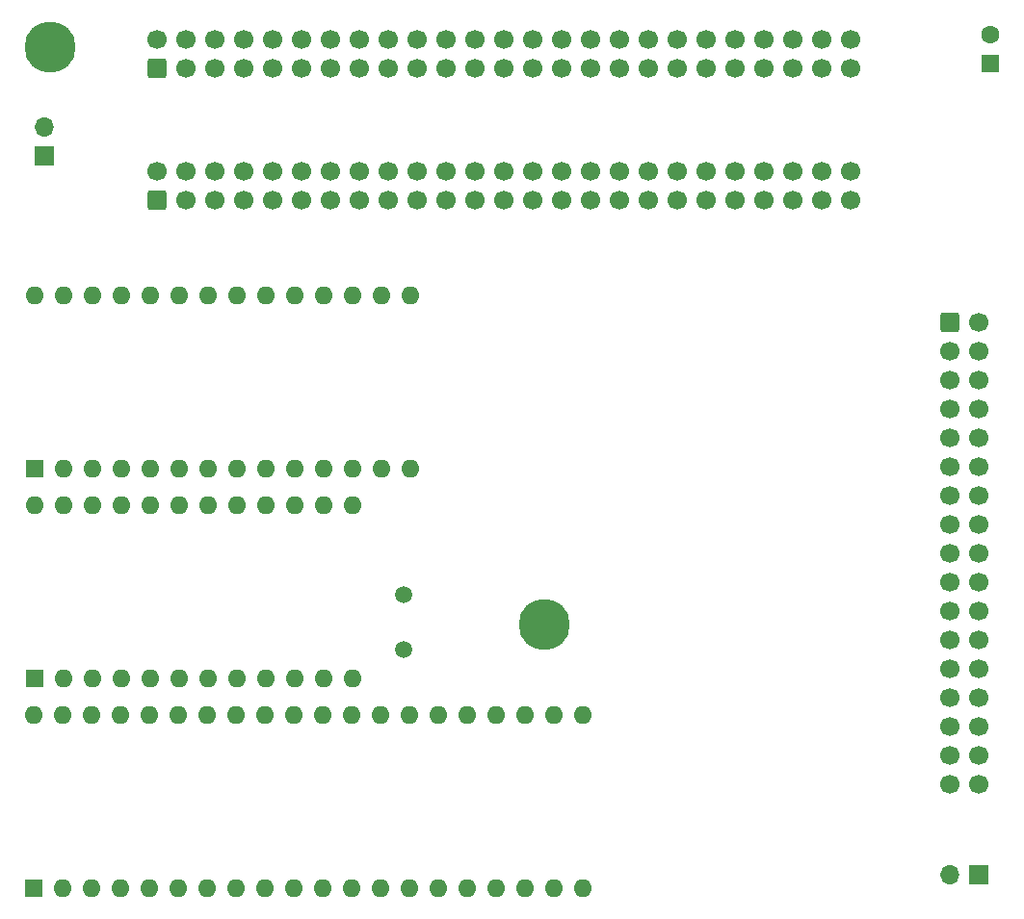
<source format=gbr>
%TF.GenerationSoftware,KiCad,Pcbnew,(6.0.7)*%
%TF.CreationDate,2022-12-20T23:04:03+00:00*%
%TF.ProjectId,CPC464-2MINIDDI,43504334-3634-42d3-924d-494e49444449,rev?*%
%TF.SameCoordinates,Original*%
%TF.FileFunction,Soldermask,Bot*%
%TF.FilePolarity,Negative*%
%FSLAX46Y46*%
G04 Gerber Fmt 4.6, Leading zero omitted, Abs format (unit mm)*
G04 Created by KiCad (PCBNEW (6.0.7)) date 2022-12-20 23:04:03*
%MOMM*%
%LPD*%
G01*
G04 APERTURE LIST*
G04 Aperture macros list*
%AMRoundRect*
0 Rectangle with rounded corners*
0 $1 Rounding radius*
0 $2 $3 $4 $5 $6 $7 $8 $9 X,Y pos of 4 corners*
0 Add a 4 corners polygon primitive as box body*
4,1,4,$2,$3,$4,$5,$6,$7,$8,$9,$2,$3,0*
0 Add four circle primitives for the rounded corners*
1,1,$1+$1,$2,$3*
1,1,$1+$1,$4,$5*
1,1,$1+$1,$6,$7*
1,1,$1+$1,$8,$9*
0 Add four rect primitives between the rounded corners*
20,1,$1+$1,$2,$3,$4,$5,0*
20,1,$1+$1,$4,$5,$6,$7,0*
20,1,$1+$1,$6,$7,$8,$9,0*
20,1,$1+$1,$8,$9,$2,$3,0*%
G04 Aperture macros list end*
%ADD10C,4.500000*%
%ADD11R,1.600000X1.600000*%
%ADD12C,1.600000*%
%ADD13O,1.600000X1.600000*%
%ADD14C,1.500000*%
%ADD15R,1.700000X1.700000*%
%ADD16O,1.700000X1.700000*%
%ADD17RoundRect,0.250000X0.600000X-0.600000X0.600000X0.600000X-0.600000X0.600000X-0.600000X-0.600000X0*%
%ADD18C,1.700000*%
%ADD19RoundRect,0.250000X-0.600000X-0.600000X0.600000X-0.600000X0.600000X0.600000X-0.600000X0.600000X0*%
G04 APERTURE END LIST*
D10*
%TO.C,H7*%
X81706800Y-76779200D03*
%TD*%
%TO.C,H1*%
X38272800Y-25979200D03*
%TD*%
D11*
%TO.C,C401*%
X120929400Y-27392000D03*
D12*
X120929400Y-24892000D03*
%TD*%
D11*
%TO.C,IC404*%
X36880800Y-63114000D03*
D13*
X39420800Y-63114000D03*
X41960800Y-63114000D03*
X44500800Y-63114000D03*
X47040800Y-63114000D03*
X49580800Y-63114000D03*
X52120800Y-63114000D03*
X54660800Y-63114000D03*
X57200800Y-63114000D03*
X59740800Y-63114000D03*
X62280800Y-63114000D03*
X64820800Y-63114000D03*
X67360800Y-63114000D03*
X69900800Y-63114000D03*
X69900800Y-47874000D03*
X67360800Y-47874000D03*
X64820800Y-47874000D03*
X62280800Y-47874000D03*
X59740800Y-47874000D03*
X57200800Y-47874000D03*
X54660800Y-47874000D03*
X52120800Y-47874000D03*
X49580800Y-47874000D03*
X47040800Y-47874000D03*
X44500800Y-47874000D03*
X41960800Y-47874000D03*
X39420800Y-47874000D03*
X36880800Y-47874000D03*
%TD*%
D14*
%TO.C,X451*%
X69367400Y-79031000D03*
X69367400Y-74151000D03*
%TD*%
D15*
%TO.C,LK401*%
X37719000Y-35590400D03*
D16*
X37719000Y-33050400D03*
%TD*%
D11*
%TO.C,IC451*%
X36880800Y-81508600D03*
D13*
X39420800Y-81508600D03*
X41960800Y-81508600D03*
X44500800Y-81508600D03*
X47040800Y-81508600D03*
X49580800Y-81508600D03*
X52120800Y-81508600D03*
X54660800Y-81508600D03*
X57200800Y-81508600D03*
X59740800Y-81508600D03*
X62280800Y-81508600D03*
X64820800Y-81508600D03*
X64820800Y-66268600D03*
X62280800Y-66268600D03*
X59740800Y-66268600D03*
X57200800Y-66268600D03*
X54660800Y-66268600D03*
X52120800Y-66268600D03*
X49580800Y-66268600D03*
X47040800Y-66268600D03*
X44500800Y-66268600D03*
X41960800Y-66268600D03*
X39420800Y-66268600D03*
X36880800Y-66268600D03*
%TD*%
D17*
%TO.C,CE402*%
X47675800Y-39420800D03*
D18*
X47675800Y-36880800D03*
X50215800Y-39420800D03*
X50215800Y-36880800D03*
X52755800Y-39420800D03*
X52755800Y-36880800D03*
X55295800Y-39420800D03*
X55295800Y-36880800D03*
X57835800Y-39420800D03*
X57835800Y-36880800D03*
X60375800Y-39420800D03*
X60375800Y-36880800D03*
X62915800Y-39420800D03*
X62915800Y-36880800D03*
X65455800Y-39420800D03*
X65455800Y-36880800D03*
X67995800Y-39420800D03*
X67995800Y-36880800D03*
X70535800Y-39420800D03*
X70535800Y-36880800D03*
X73075800Y-39420800D03*
X73075800Y-36880800D03*
X75615800Y-39420800D03*
X75615800Y-36880800D03*
X78155800Y-39420800D03*
X78155800Y-36880800D03*
X80695800Y-39420800D03*
X80695800Y-36880800D03*
X83235800Y-39420800D03*
X83235800Y-36880800D03*
X85775800Y-39420800D03*
X85775800Y-36880800D03*
X88315800Y-39420800D03*
X88315800Y-36880800D03*
X90855800Y-39420800D03*
X90855800Y-36880800D03*
X93395800Y-39420800D03*
X93395800Y-36880800D03*
X95935800Y-39420800D03*
X95935800Y-36880800D03*
X98475800Y-39420800D03*
X98475800Y-36880800D03*
X101015800Y-39420800D03*
X101015800Y-36880800D03*
X103555800Y-39420800D03*
X103555800Y-36880800D03*
X106095800Y-39420800D03*
X106095800Y-36880800D03*
X108635800Y-39420800D03*
X108635800Y-36880800D03*
%TD*%
D17*
%TO.C,CE401*%
X47675800Y-27889200D03*
D18*
X47675800Y-25349200D03*
X50215800Y-27889200D03*
X50215800Y-25349200D03*
X52755800Y-27889200D03*
X52755800Y-25349200D03*
X55295800Y-27889200D03*
X55295800Y-25349200D03*
X57835800Y-27889200D03*
X57835800Y-25349200D03*
X60375800Y-27889200D03*
X60375800Y-25349200D03*
X62915800Y-27889200D03*
X62915800Y-25349200D03*
X65455800Y-27889200D03*
X65455800Y-25349200D03*
X67995800Y-27889200D03*
X67995800Y-25349200D03*
X70535800Y-27889200D03*
X70535800Y-25349200D03*
X73075800Y-27889200D03*
X73075800Y-25349200D03*
X75615800Y-27889200D03*
X75615800Y-25349200D03*
X78155800Y-27889200D03*
X78155800Y-25349200D03*
X80695800Y-27889200D03*
X80695800Y-25349200D03*
X83235800Y-27889200D03*
X83235800Y-25349200D03*
X85775800Y-27889200D03*
X85775800Y-25349200D03*
X88315800Y-27889200D03*
X88315800Y-25349200D03*
X90855800Y-27889200D03*
X90855800Y-25349200D03*
X93395800Y-27889200D03*
X93395800Y-25349200D03*
X95935800Y-27889200D03*
X95935800Y-25349200D03*
X98475800Y-27889200D03*
X98475800Y-25349200D03*
X101015800Y-27889200D03*
X101015800Y-25349200D03*
X103555800Y-27889200D03*
X103555800Y-25349200D03*
X106095800Y-27889200D03*
X106095800Y-25349200D03*
X108635800Y-27889200D03*
X108635800Y-25349200D03*
%TD*%
D15*
%TO.C,LK402*%
X119867600Y-98780600D03*
D16*
X117327600Y-98780600D03*
%TD*%
D19*
%TO.C,CD402*%
X117332100Y-50241200D03*
D18*
X119872100Y-50241200D03*
X117332100Y-52781200D03*
X119872100Y-52781200D03*
X117332100Y-55321200D03*
X119872100Y-55321200D03*
X117332100Y-57861200D03*
X119872100Y-57861200D03*
X117332100Y-60401200D03*
X119872100Y-60401200D03*
X117332100Y-62941200D03*
X119872100Y-62941200D03*
X117332100Y-65481200D03*
X119872100Y-65481200D03*
X117332100Y-68021200D03*
X119872100Y-68021200D03*
X117332100Y-70561200D03*
X119872100Y-70561200D03*
X117332100Y-73101200D03*
X119872100Y-73101200D03*
X117332100Y-75641200D03*
X119872100Y-75641200D03*
X117332100Y-78181200D03*
X119872100Y-78181200D03*
X117332100Y-80721200D03*
X119872100Y-80721200D03*
X117332100Y-83261200D03*
X119872100Y-83261200D03*
X117332100Y-85801200D03*
X119872100Y-85801200D03*
X117332100Y-88341200D03*
X119872100Y-88341200D03*
X117332100Y-90881200D03*
X119872100Y-90881200D03*
%TD*%
D11*
%TO.C,IC401*%
X36799600Y-99969400D03*
D13*
X39339600Y-99969400D03*
X41879600Y-99969400D03*
X44419600Y-99969400D03*
X46959600Y-99969400D03*
X49499600Y-99969400D03*
X52039600Y-99969400D03*
X54579600Y-99969400D03*
X57119600Y-99969400D03*
X59659600Y-99969400D03*
X62199600Y-99969400D03*
X64739600Y-99969400D03*
X67279600Y-99969400D03*
X69819600Y-99969400D03*
X72359600Y-99969400D03*
X74899600Y-99969400D03*
X77439600Y-99969400D03*
X79979600Y-99969400D03*
X82519600Y-99969400D03*
X85059600Y-99969400D03*
X85059600Y-84729400D03*
X82519600Y-84729400D03*
X79979600Y-84729400D03*
X77439600Y-84729400D03*
X74899600Y-84729400D03*
X72359600Y-84729400D03*
X69819600Y-84729400D03*
X67279600Y-84729400D03*
X64739600Y-84729400D03*
X62199600Y-84729400D03*
X59659600Y-84729400D03*
X57119600Y-84729400D03*
X54579600Y-84729400D03*
X52039600Y-84729400D03*
X49499600Y-84729400D03*
X46959600Y-84729400D03*
X44419600Y-84729400D03*
X41879600Y-84729400D03*
X39339600Y-84729400D03*
X36799600Y-84729400D03*
%TD*%
M02*

</source>
